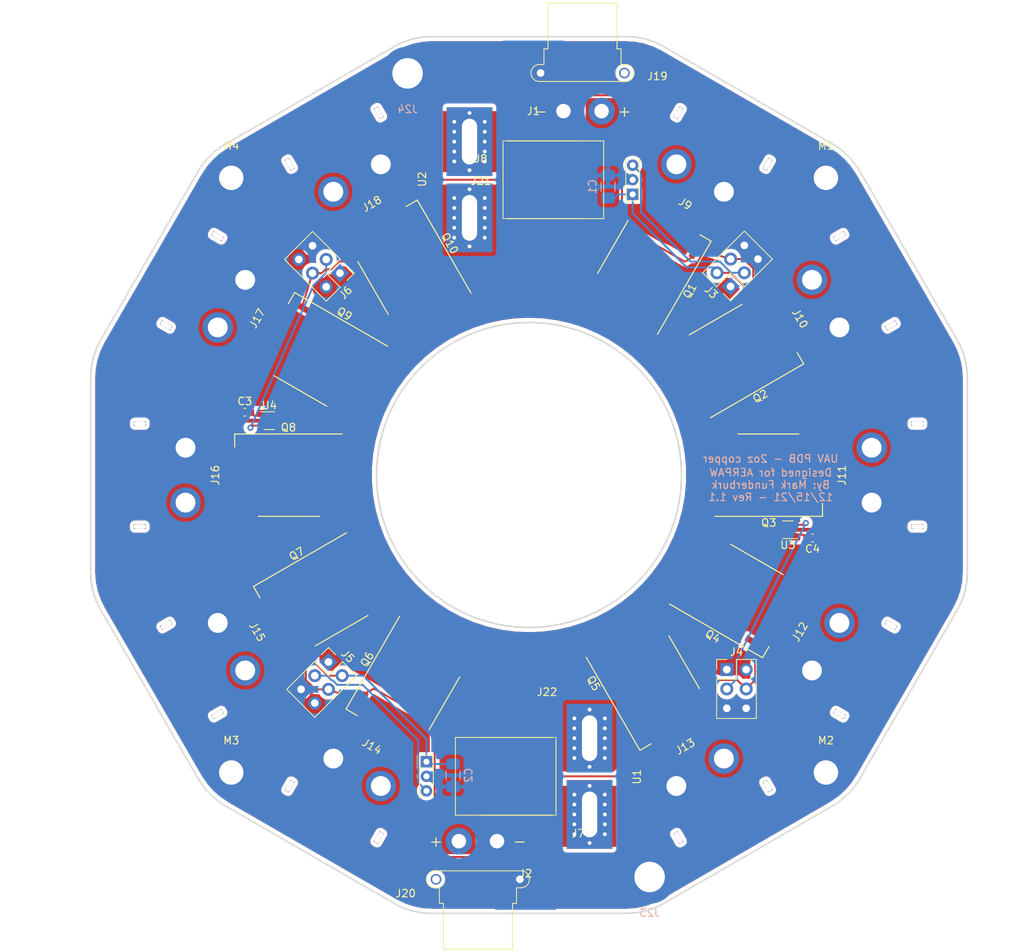
<source format=kicad_pcb>
(kicad_pcb (version 20240108) (generator "pcbnew") (generator_version "8.0")
  (layers (0 "F.Cu" signal) (31 "B.Cu" signal) (34 "B.Paste" user) (35 "F.Paste" user) (36 "B.SilkS" user "B.Silkscreen") (37 "F.SilkS" user "F.Silkscreen") (38 "B.Mask" user) (39 "F.Mask" user) (44 "Edge.Cuts" user))
  (net 0 "")
  (net 1 "/Vg_1")
  (net 2 "/V+_BATT")
  (net 3 "/Vg_2")
  (net 4 "/V+_ESC")
  (net 5 "GND")
  (net 6 "+5VA")
  (net 7 "/V1_current")
  (net 8 "/V2_current")
  (net 9 "/Batt_RAW")
  (net 10 "temp_reading_A")
  (net 11 "temp_reading_B")
  (footprint "PDB:Wire_Pad_8x14mm" (layer "F.Cu") (at 219.409 170.074434)
    (property "Reference" "J2")
    (property "Value" "Conn_01x01_Male")
  )
  (footprint "PDB:Wire_Pad_8x14mm" (layer "F.Cu") (at 220.425 70.074434)
    (property "Reference" "J1")
    (property "Value" "Conn_01x01_Male")
  )
  (footprint "PDB:Wire_Pad_8x8mm" (layer "F.Cu") (at 226.29 164.824434)
    (property "Reference" "J7")
    (property "Value" "Conn_01x01_Male")
  )
  (footprint "PDB:Wire_Pad_8x8mm" (layer "F.Cu") (at 213.54 76.324434)
    (property "Reference" "J8")
    (property "Value" "Conn_01x01_Male")
  )
  (footprint "PDB:XT-60_horizontal" (layer "F.Cu") (at 267.79 120.074434 90)
    (property "Reference" "J11")
    (property "Value" "Conn_01x02")
  )
  (footprint "Package_TO_SOT_SMD:Infineon_PG-HSOF-8-1" (layer "F.Cu") (at 188.29 120.074434)
    (property "Reference" "Q8")
    (property "Value" "IAUS300N08S5N012")
  )
  (footprint "PDB:XT-60_horizontal" (layer "F.Cu") (at 261.359436 96.074376 120)
    (property "Reference" "J10")
    (property "Value" "Conn_01x02")
  )
  (footprint "PDB:XT-60_horizontal" (layer "F.Cu") (at 243.790376 78.504998 150)
    (property "Reference" "J9")
    (property "Value" "Conn_01x02")
  )
  (footprint "PDB:XT-60_horizontal" (layer "F.Cu") (at 195.790376 78.504564 -150)
    (property "Reference" "J18")
    (property "Value" "Conn_01x02")
  )
  (footprint "PDB:XT-60_horizontal" (layer "F.Cu") (at 171.79 120.073566 -90)
    (property "Reference" "J16")
    (property "Value" "Conn_01x02")
  )
  (footprint "PDB:XT-60_horizontal" (layer "F.Cu") (at 178.220564 144.073624 -60)
    (property "Reference" "J15")
    (property "Value" "Conn_01x02")
  )
  (footprint "PDB:XT-60_horizontal" (layer "F.Cu") (at 195.789624 161.643002 -30)
    (property "Reference" "J14")
    (property "Value" "Conn_01x02")
  )
  (footprint "PDB:XT-60_horizontal" (layer "F.Cu") (at 243.789624 161.643436 30)
    (property "Reference" "J13")
    (property "Value" "Conn_01x02")
  )
  (footprint "PDB:XT-60_horizontal" (layer "F.Cu") (at 261.359002 144.074376 60)
    (property "Reference" "J12")
    (property "Value" "Conn_01x02")
  )
  (footprint "Package_TO_SOT_SMD:Infineon_PG-HSOF-8-1" (layer "F.Cu") (at 192.510417 135.824376 30)
    (property "Reference" "Q7")
    (property "Value" "IAUS300N08S5N012")
  )
  (footprint "Package_TO_SOT_SMD:Infineon_PG-HSOF-8-1" (layer "F.Cu") (at 204.040376 147.354017 60)
    (property "Reference" "Q6")
    (property "Value" "IAUS300N08S5N012")
  )
  (footprint "Package_TO_SOT_SMD:Infineon_PG-HSOF-8-1" (layer "F.Cu") (at 235.540376 147.353583 120)
    (property "Reference" "Q5")
    (property "Value" "IAUS300N08S5N012")
  )
  (footprint "Package_TO_SOT_SMD:Infineon_PG-HSOF-8-1" (layer "F.Cu") (at 247.070017 135.823624 150)
    (property "Reference" "Q4")
    (property "Value" "IAUS300N08S5N012")
  )
  (footprint "Package_TO_SOT_SMD:Infineon_PG-HSOF-8-1" (layer "F.Cu") (at 251.29 120.073566 180)
    (property "Reference" "Q3")
    (property "Value" "IAUS300N08S5N012")
  )
  (footprint "Package_TO_SOT_SMD:Infineon_PG-HSOF-8-1" (layer "F.Cu") (at 247.069583 104.323624 -150)
    (property "Reference" "Q2")
    (property "Value" "IAUS300N08S5N012")
  )
  (footprint "Package_TO_SOT_SMD:Infineon_PG-HSOF-8-1" (layer "F.Cu") (at 204.039624 92.794417 -60)
    (property "Reference" "Q10")
    (property "Value" "IAUS300N08S5N012")
  )
  (footprint "Package_TO_SOT_SMD:Infineon_PG-HSOF-8-1" (layer "F.Cu") (at 192.509983 104.324376 -30)
    (property "Reference" "Q9")
    (property "Value" "IAUS300N08S5N012")
  )
  (footprint "PDB:CB-5_Formed_Leads" (layer "F.Cu") (at 212.04 81.324434 90)
    (property "Reference" "U2")
    (property "Value" "ACS770ECB-200U-PFF-T")
  )
  (footprint "PDB:PinSocket_2x03_P2.54mm_Vertical" (layer "F.Cu") (at 246.29 95.324434 135)
    (property "Reference" "J3")
    (property "Value" "Conn_02x03_Counter_Clockwise")
  )
  (footprint "PDB:PinSocket_2x03_P2.54mm_Vertical" (layer "F.Cu") (at 245.79 145.574434)
    (property "Reference" "J4")
    (property "Value" "Conn_02x03_Counter_Clockwise")
  )
  (footprint "PDB:PinSocket_2x03_P2.54mm_Vertical" (layer "F.Cu") (at 193.54 144.574434 -45)
    (property "Reference" "J5")
    (property "Value" "Conn_02x03_Counter_Clockwise")
  )
  (footprint "PDB:PinSocket_2x03_P2.54mm_Vertical" (layer "F.Cu") (at 195.04 93.574434 -135)
    (property "Reference" "J6")
    (property "Value" "Conn_02x03_Counter_Clockwise")
  )
  (footprint "PDB:XT-60_horizontal" (layer "F.Cu") (at 178.220998 96.073624 -120)
    (property "Reference" "J17")
    (property "Value" "Conn_01x02")
  )
  (footprint "Package_TO_SOT_SMD:Infineon_PG-HSOF-8-1" (layer "F.Cu") (at 235.539624 92.793983 -120)
    (property "Reference" "Q1")
    (property "Value" "IAUS300N08S5N012")
  )
  (footprint "MountingHole:MountingHole_3.2mm_M3_Pad" (layer "F.Cu") (at 180.79 159.074434)
    (property "Reference" "M3")
    (property "Value" "MountingHole_3.2mm_M3_Pad")
  )
  (footprint "MountingHole:MountingHole_3.2mm_M3_Pad" (layer "F.Cu") (at 258.79 81.074434)
    (property "Reference" "M1")
    (property "Value" "MountingHole_3.2mm_M3_Pad")
  )
  (footprint "P2_PowerSystem:AMASS_XT30PW-F_1x02_P2.50mm_Horizontal" (layer "F.Cu") (at 224.362 72.322434)
    (property "Reference" "J19")
    (property "Value" "Conn_01x02")
  )
  (footprint "P2_PowerSystem:AMASS_XT30PW-F_1x02_P2.50mm_Horizontal" (layer "F.Cu") (at 215.646 168.080434 180)
    (property "Reference" "J20")
    (property "Value" "Conn_01x02")
  )
  (footprint "PDB:CB-5_Formed_Leads" (layer "F.Cu") (at 227.79 159.574434 -90)
    (property "Reference" "U1")
    (property "Value" "ACS770ECB-200U-PFF-T")
  )
  (footprint "PDB:Wire_Pad_8x8mm" (layer "F.Cu") (at 213.567 86.292434 180)
    (property "Reference" "J21")
    (property "Value" "Conn_01x01_Male")
  )
  (footprint "PDB:Wire_Pad_8x8mm" (layer "F.Cu") (at 226.267 154.618434 180)
    (property "Reference" "J22")
    (property "Value" "Conn_01x01_Male")
  )
  (footprint "Package_TO_SOT_SMD:SOT-353_SC-70-5" (layer "F.Cu") (at 253.8006 127.237234 180)
    (property "Reference" "U3")
    (property "Value" "LMT87DCK")
  )
  (footprint "Package_TO_SOT_SMD:SOT-353_SC-70-5" (layer "F.Cu") (at 185.7794 112.924334)
    (property "Reference" "U4")
    (property "Value" "LMT87DCK")
  )
  (footprint "Capacitor_SMD:C_0603_1608Metric" (layer "F.Cu") (at 182.5663 111.819434)
    (property "Reference" "C3")
    (property "Value" "0.1uF")
  )
  (footprint "Capacitor_SMD:C_0603_1608Metric" (layer "F.Cu") (at 257.0391 128.316734 180)
    (property "Reference" "C4")
    (property "Value" "0.1uF")
  )
  (footprint "MountingHole:MountingHole_3.2mm_M3_Pad" (layer "F.Cu") (at 258.79 159.074434)
    (property "Reference" "M2")
    (property "Value" "MountingHole_3.2mm_M3_Pad")
  )
  (footprint "MountingHole:MountingHole_3.2mm_M3_Pad" (layer "F.Cu") (at 180.79 81.074434)
    (property "Reference" "M4")
    (property "Value" "MountingHole_3.2mm_M3_Pad")
  )
  (footprint "Capacitor_SMD:C_1206_3216Metric_Pad1.42x1.75mm_HandSolder" (layer "B.Cu") (at 230.204 82.228434 90)
    (property "Reference" "C1")
    (property "Value" "C_Small")
  )
  (footprint "Capacitor_SMD:C_1206_3216Metric_Pad1.42x1.75mm_HandSolder" (layer "B.Cu") (at 209.884 159.444434 -90)
    (property "Reference" "C2")
    (property "Value" "C_Small")
  )
  (footprint "PDB:MountingHole_4mm_Pad" (layer "B.Cu") (at 235.665 172.779434)
    (property "Reference" "J23")
    (property "Value" "Conn_01x01_Male")
  )
  (footprint "PDB:MountingHole_4mm_Pad" (layer "B.Cu") (at 203.915 67.369434)
    (property "Reference" "J24")
    (property "Value" "Conn_01x01_Male")
  )
  (gr_line (start 162.342413 107.319261) (end 162.342413 132.774433) (stroke (width 0.2)) (layer "Edge.Cuts"))
  (gr_line (start 163.682159 137.774433) (end 176.409746 159.81926) (stroke (width 0.2)) (layer "Edge.Cuts"))
  (gr_line (start 232.569999 62.546847) (end 207.114827 62.546847) (stroke (width 0.2)) (layer "Edge.Cuts"))
  (gr_circle (center 219.842413 120.046847) (end 239.842413 120.046847) (stroke (width 0.2)) (fill none) (layer "Edge.Cuts"))
  (gr_arc (start 237.569999 176.207101) (mid 235.158189 177.206105) (end 232.569999 177.546847) (stroke (width 0.2)) (layer "Edge.Cuts"))
  (gr_arc (start 276.002667 102.319261) (mid 277.001671 104.731071) (end 277.342413 107.319261) (stroke (width 0.2)) (layer "Edge.Cuts"))
  (gr_arc (start 259.614826 76.61418) (mid 261.685894 78.203366) (end 263.27508 80.274434) (stroke (width 0.2)) (layer "Edge.Cuts"))
  (gr_line (start 276.002667 102.319261) (end 263.27508 80.274434) (stroke (width 0.2)) (layer "Edge.Cuts"))
  (gr_arc (start 207.114827 177.546847) (mid 204.526637 177.206105) (end 202.114827 176.207101) (stroke (width 0.2)) (layer "Edge.Cuts"))
  (gr_arc (start 277.342413 132.774433) (mid 277.001671 135.362623) (end 276.002667 137.774433) (stroke (width 0.2)) (layer "Edge.Cuts"))
  (gr_arc (start 263.27508 159.81926) (mid 261.685894 161.890328) (end 259.614826 163.479514) (stroke (width 0.2)) (layer "Edge.Cuts"))
  (gr_line (start 207.114827 177.546847) (end 232.569999 177.546847) (stroke (width 0.2)) (layer "Edge.Cuts"))
  (gr_arc (start 232.569999 62.546847) (mid 235.158189 62.887589) (end 237.569999 63.886593) (stroke (width 0.2)) (layer "Edge.Cuts"))
  (gr_line (start 176.409746 80.274434) (end 163.682159 102.319261) (stroke (width 0.2)) (layer "Edge.Cuts"))
  (gr_line (start 202.114827 63.886593) (end 180.07 76.61418) (stroke (width 0.2)) (layer "Edge.Cuts"))
  (gr_arc (start 163.682159 137.774433) (mid 162.683155 135.362623) (end 162.342413 132.774433) (stroke (width 0.2)) (layer "Edge.Cuts"))
  (gr_line (start 180.07 163.479514) (end 202.114827 176.207101) (stroke (width 0.2)) (layer "Edge.Cuts"))
  (gr_arc (start 162.342413 107.319261) (mid 162.683155 104.731071) (end 163.682159 102.319261) (stroke (width 0.2)) (layer "Edge.Cuts"))
  (gr_line (start 263.27508 159.81926) (end 276.002667 137.774433) (stroke (width 0.2)) (layer "Edge.Cuts"))
  (gr_line (start 259.614826 76.61418) (end 237.569999 63.886593) (stroke (width 0.2)) (layer "Edge.Cuts"))
  (gr_arc (start 180.07 163.479514) (mid 177.998932 161.890328) (end 176.409746 159.81926) (stroke (width 0.2)) (layer "Edge.Cuts"))
  (gr_arc (start 202.114828 63.886594) (mid 204.526637 62.88759) (end 207.114827 62.546848) (stroke (width 0.2)) (layer "Edge.Cuts"))
  (gr_line (start 237.569999 176.207101) (end 259.614826 163.479514) (stroke (width 0.2)) (layer "Edge.Cuts"))
  (gr_arc (start 176.409746 80.274434) (mid 177.998932 78.203366) (end 180.07 76.61418) (stroke (width 0.2)) (layer "Edge.Cuts"))
  (gr_line (start 277.342413 132.774433) (end 277.342413 107.319261) (stroke (width 0.2)) (layer "Edge.Cuts"))
  (gr_text "UAV PDB - 2oz copper" (at 251.54 117.915434 0) (layer "B.SilkS") (effects (font (size 1 1)) (justify mirror)))
  (gr_text "Designed for AERPAW\nBy: Mark Funderburk\n12/15/21 - Rev 1.1" (at 251.54 121.344434 0) (layer "B.SilkS") (effects (font (size 1 1)) (justify mirror)))
  (segment (start 253.716216 105.335931) (end 252.54 106.074434) (width 0.25) (layer "F.Cu") (net 1))
  (segment (start 193.149979 93.074434) (end 193.878282 93.074434) (width 0.25) (layer "F.Cu") (net 1))
  (segment (start 248.029002 91.732332) (end 249.261052 92.964382) (width 0.25) (layer "F.Cu") (net 1))
  (segment (start 249.261052 95.456193) (end 246.833811 97.883434) (width 0.25) (layer "F.Cu") (net 1))
  (segment (start 207.79 81.324434) (end 205.051931 86.147784) (width 0.25) (layer "F.Cu") (net 1))
  (segment (start 220.44 81.324434) (end 207.79 81.324434) (width 0.25) (layer "F.Cu") (net 1))
  (segment (start 246.833811 97.883434) (end 246.833811 97.900522) (width 0.25) (layer "F.Cu") (net 1))
  (segment (start 246.833811 97.900522) (end 251.54 106.074434) (width 0.25) (layer "F.Cu") (net 1))
  (segment (start 191.447898 93.574434) (end 192.649979 93.574434) (width 0.25) (layer "F.Cu") (net 1))
  (segment (start 192.649979 93.574434) (end 193.149979 93.074434) (width 0.25) (layer "F.Cu") (net 1))
  (segment (start 241.801931 90.34735) (end 241.124846 91.574434) (width 0.25) (layer "F.Cu") (net 1))
  (segment (start 194.905374 92.047342) (end 196.012908 92.047342) (width 0.25) (layer "F.Cu") (net 1))
  (segment (start 205.79 87.574434) (end 205.051931 86.147784) (width 0.25) (layer "F.Cu") (net 1))
  (segment (start 226.902 74.862434) (end 220.44 81.324434) (width 0.25) (layer "F.Cu") (net 1))
  (segment (start 246.29 91.732332) (end 241.801931 90.34735) (width 0.25) (layer "F.Cu") (net 1))
  (segment (start 252.29 107.324434) (end 254.29 110.824434) (width 0.25) (layer "F.Cu") (net 1))
  (segment (start 205.54 88.574434) (end 205.79 87.574434) (width 0.25) (layer "F.Cu") (net 1))
  (segment (start 232.04 70.602434) (end 231.684999 70.247433) (width 0.25) (layer "F.Cu") (net 1))
  (segment (start 241.124846 91.574434) (end 240.29 92.074434) (width 0.25) (layer "F.Cu") (net 1))
  (segment (start 254.89 124.273566) (end 256.54 124.273566) (width 0.25) (layer "F.Cu") (net 1))
  (segment (start 226.902 70.798434) (end 226.902 74.862434) (width 0.25) (layer "F.Cu") (net 1))
  (segment (start 231.684999 70.247433) (end 227.453001 70.247433) (width 0.25) (layer "F.Cu") (net 1))
  (segment (start 193.878282 93.074434) (end 194.905374 92.047342) (width 0.25) (layer "F.Cu") (net 1))
  (segment (start 251.54 106.074434) (end 252.977713 106.074434) (width 0.25) (layer "F.Cu") (net 1))
  (segment (start 252.54 106.074434) (end 252.29 107.324434) (width 0.25) (layer "F.Cu") (net 1))
  (segment (start 240.29 92.074434) (end 232.04 87.324434) (width 0.25) (layer "F.Cu") (net 1))
  (segment (start 254.29 110.824434) (end 254.29 123.574434) (width 0.25) (layer "F.Cu") (net 1))
  (segment (start 249.261052 92.964382) (end 249.261052 95.456193) (width 0.25) (layer "F.Cu") (net 1))
  (segment (start 196.012908 92.047342) (end 197.29 93.324434) (width 0.25) (layer "F.Cu") (net 1))
  (segment (start 227.453001 70.247433) (end 226.902 70.798434) (width 0.25) (layer "F.Cu") (net 1))
  (segment (start 254.29 123.574434) (end 254.89 124.273566) (width 0.25) (layer "F.Cu") (net 1))
  (segment (start 246.29 91.732332) (end 248.029002 91.732332) (width 0.25) (layer "F.Cu") (net 1))
  (segment (start 252.977713 106.074434) (end 253.716216 105.335931) (width 0.25) (layer "F.Cu") (net 1))
  (segment (start 232.04 87.324434) (end 232.04 70.602434) (width 0.25) (layer "F.Cu") (net 1))
  (segment (start 191.447898 93.574434) (end 190.06335 98.062069) (width 0.25) (layer "F.Cu") (net 1))
  (segment (start 197.29 93.324434) (end 205.54 88.574434) (width 0.25) (layer "F.Cu") (net 1))
  (segment (start 212.634999 170.155435) (end 213.2368 169.553634) (width 0.25) (layer "F.Cu") (net 3))
  (segment (start 184.69 115.874434) (end 183.04 115.874434) (width 0.25) (layer "F.Cu") (net 3))
  (segment (start 191.798902 148.166536) (end 191.6087 147.976334) (width 0.25) (layer "F.Cu") (net 3))
  (segment (start 244.404999 146.939433) (end 247.154999 146.939433) (width 0.25) (layer "F.Cu") (net 3))
  (segment (start 193.54 148.166536) (end 197.778069 149.80065) (width 0.25) (layer "F.Cu") (net 3))
  (segment (start 192.441396 141.809638) (end 188.54 134.824434) (width 0.25) (layer "F.Cu") (net 3))
  (segment (start 231.29 159.574434) (end 234.528069 155.921367) (width 0.25) (layer "F.Cu") (net 3))
  (segment (start 190.5673 143.683734) (end 192.441396 141.809638) (width 0.25) (layer "F.Cu") (net 3))
  (segment (start 248.33 148.114434) (end 249.51665 146.927784) (width 0.25) (layer "F.Cu") (net 3))
  (segment (start 199.54 148.074434) (end 207.29 152.574434) (width 0.25) (layer "F.Cu") (net 3))
  (segment (start 187.79 133.324434) (end 185.54 129.324434) (width 0.25) (layer "F.Cu") (net 3))
  (segment (start 208.149001 170.155435) (end 212.634999 170.155435) (width 0.25) (layer "F.Cu") (net 3))
  (segment (start 249.51665 146.927784) (end 249.51665 142.085931) (width 0.25) (layer "F.Cu") (net 3))
  (segment (start 247.154999 146.939433) (end 247.480001 147.264435) (width 0.25) (layer "F.Cu") (net 3))
  (segment (start 218.6186 159.574434) (end 231.29 159.574434) (width 0.25) (layer "F.Cu") (net 3))
  (segment (start 234.528069 154.000216) (end 233.79 152.824434) (width 0.25) (layer "F.Cu") (net 3))
  (segment (start 186.302365 134.812069) (end 187.04 134.074434) (width 0.25) (layer "F.Cu") (net 3))
  (segment (start 188.04 134.074434) (end 187.04 134.074434) (width 0.25) (layer "F.Cu") (net 3))
  (segment (start 207.465001 152.749435) (end 207.465001 169.471435) (width 0.25) (layer "F.Cu") (net 3))
  (segment (start 207.29 152.574434) (end 207.465001 152.749435) (width 0.25) (layer "F.Cu") (net 3))
  (segment (start 213.2368 164.956234) (end 218.6186 159.574434) (width 0.25) (layer "F.Cu") (net 3))
  (segment (start 190.568948 145.806484) (end 190.5673 145.804836) (width 0.25) (layer "F.Cu") (net 3))
  (segment (start 185.54 116.724434) (end 184.69 115.874434) (width 0.25) (layer "F.Cu") (net 3))
  (segment (start 247.480001 147.264435) (end 248.33 148.114434) (width 0.25) (layer "F.Cu") (net 3))
  (segment (start 193.54 148.166536) (end 191.798902 148.166536) (width 0.25) (layer "F.Cu") (net 3))
  (segment (start 188.54 134.824434) (end 188.04 134.074434) (width 0.25) (layer "F.Cu") (net 3))
  (segment (start 213.2368 169.553634) (end 213.2368 164.956234) (width 0.25) (layer "F.Cu") (net 3))
  (segment (start 190.5673 145.804836) (end 190.5673 143.683734) (width 0.25) (layer "F.Cu") (net 3))
  (segment (start 234.528069 154.800215) (end 234.528069 154.000216) (width 0.25) (layer "F.Cu") (net 3))
  (segment (start 191.6087 147.974238) (end 190.568948 146.934486) (width 0.25) (layer "F.Cu") (net 3))
  (segment (start 185.863784 134.812069) (end 186.302365 134.812069) (width 0.25) (layer "F.Cu") (net 3))
  (segment (start 187.04 134.074434) (end 187.79 133.324434) (width 0.25) (layer "F.Cu") (net 3))
  (segment (start 185.54 129.324434) (end 185.54 116.724434) (width 0.25) (layer "F.Cu") (net 3))
  (segment (start 243.29 146.074434) (end 244.404999 146.939433) (width 0.25) (layer "F.Cu") (net 3))
  (segment (start 234.528069 155.921367) (end 234.528069 154.800215) (width 0.25) (layer "F.Cu") (net 3))
  (segment (start 191.6087 147.976334) (end 191.6087 147.974238) (width 0.25) (layer "F.Cu") (net 3))
  (segment (start 233.79 151.824434) (end 243.29 146.074434) (width 0.25) (layer "F.Cu") (net 3))
  (segment (start 233.79 152.824434) (end 233.79 151.824434) (width 0.25) (layer "F.Cu") (net 3))
  (segment (start 190.568948 146.934486) (end 190.568948 145.806484) (width 0.25) (layer "F.Cu") (net 3))
  (segment (start 198.54 148.574434) (end 199.54 148.074434) (width 0.25) (layer "F.Cu") (net 3))
  (segment (start 207.465001 169.471435) (end 208.149001 170.155435) (width 0.25) (layer "F.Cu") (net 3))
  (segment (start 254.7506 127.237234) (end 257.7757 127.237234) (width 0.5) (layer "F.Cu") (net 5))
  (segment (start 181.7913 111.819434) (end 181.7913 112.924034) (width 0.25) (layer "F.Cu") (net 5))
  (segment (start 257.8141 128.316734) (end 257.8141 127.275634) (width 0.25) (layer "F.Cu") (net 5))
  (segment (start 181.7916 112.924334) (end 178.339232 112.924334) (width 0.5) (layer "F.Cu") (net 5))
  (segment (start 257.7757 127.237234) (end 261.2272 127.237234) (width 0.5) (layer "F.Cu") (net 5))
  (segment (start 257.8141 127.275634) (end 257.7757 127.237234) (width 0.25) (layer "F.Cu") (net 5))
  (segment (start 261.2272 127.237234) (end 264.79 123.674434) (width 0.5) (layer "F.Cu") (net 5))
  (segment (start 184.8294 112.924334) (end 181.7916 112.924334) (width 0.5) (layer "F.Cu") (net 5))
  (segment (start 178.339232 112.924334) (end 174.79 116.473566) (width 0.5) (layer "F.Cu") (net 5))
  (segment (start 181.7913 112.924034) (end 181.7916 112.924334) (width 0.25) (layer "F.Cu") (net 5))
  (segment (start 246.3838 97.697034) (end 246.3838 98.027234) (width 0.25) (layer "F.Cu") (net 6))
  (segment (start 191.7103 144.636234) (end 193.444551 146.370485) (width 0.25) (layer "F.Cu") (net 6))
  (segment (start 248.111 95.360234) (end 248.111 95.969834) (width 0.25) (layer "F.Cu") (net 6))
  (segment (start 186.7294 113.574334) (end 186.7294 113.828534) (width 0.25) (layer "F.Cu") (net 6))
  (segment (start 255.8346 127.887234) (end 256.2641 128.316734) (width 0.25) (layer "F.Cu") (net 6))
  (segment (start 185.9953 114.562634) (end 185.9953 129.066034) (width 0.25) (layer "F.Cu") (net 6))
  (segment (start 191.7103 143.251934) (end 191.7103 144.636234) (width 0.25) (layer "F.Cu") (net 6))
  (segment (start 248.111 95.969834) (end 246.3838 97.697034) (width 0.25) (layer "F.Cu") (net 6))
  (segment (start 246.3838 98.027234) (end 253.8006 110.955834) (width 0.25) (layer "F.Cu") (net 6))
  (segment (start 184.8294 112.274334) (end 183.7962 112.274334) (width 0.25) (layer "F.Cu") (net 6))
  (segment (start 246.279149 93.528383) (end 248.111 95.360234) (width 0.25) (layer "F.Cu") (net 6))
  (segment (start 186.7294 113.828534) (end 185.9953 114.562634) (width 0.25) (layer "F.Cu") (net 6))
  (segment (start 252.8506 126.155234) (end 252.8506 126.587234) (width 0.5) (layer "F.Cu") (net 6))
  (segment (start 254.7506 127.887234) (end 255.8346 127.887234) (width 0.25) (layer "F.Cu") (net 6))
  (segment (start 253.8006 110.955834) (end 253.8006 125.205234) (width 0.25) (layer "F.Cu") (net 6))
  (segment (start 185.9953 129.066034) (end 193.0896 141.872634) (width 0.25) (layer "F.Cu") (net 6))
  (segment (start 193.0896 141.872634) (end 191.7103 143.251934) (width 0.25) (layer "F.Cu") (net 6))
  (segment (start 252.8506 126.587234) (end 252.8506 127.887234) (width 0.5) (layer "F.Cu") (net 6))
  (segment (start 253.8006 125.205234) (end 252.8506 126.155234) (width 0.25) (layer "F.Cu") (net 6))
  (segment (start 244.493949 93.528383) (end 246.279149 93.528383) (width 0.25) (layer "F.Cu") (net 6))
  (segment (start 193.444551 146.370485) (end 195.336051 146.370485) (width 0.25) (layer "F.Cu") (net 6))
  (segment (start 183.7962 112.274334) (end 183.3413 111.819434) (width 0.25) (layer "F.Cu") (net 6))
  (segment (start 254.7506 127.887234) (end 252.8506 127.887234) (width 0.5) (layer "F.Cu") (net 6))
  (segment (start 206.39 154.674434) (end 198.086051 146.370485) (width 0.25) (layer "B.Cu") (net 6))
  (segment (start 206.6185 157.956934) (end 206.328 157.666434) (width 0.25) (layer "B.Cu") (net 6))
  (segment (start 206.39 157.664434) (end 206.39 154.674434) (width 0.25) (layer "B.Cu") (net 6))
  (segment (start 230.204 83.715934) (end 231.079 83.715934) (width 0.25) (layer "B.Cu") (net 6))
  (segment (start 231.079 83.715934) (end 231.5505 83.244434) (width 0.25) (layer "B.Cu") (net 6))
  (segment (start 209.884 157.956934) (end 206.6185 157.956934) (width 0.25) (layer "B.Cu") (net 6))
  (segment (start 240.54 92.824434) (end 244.04 92.824434) (width 0.25) (layer "B.Cu") (net 6))
  (segment (start 233.44 85.724434) (end 240.54 92.824434) (width 0.25) (layer "B.Cu") (net 6))
  (segment (start 233.44 83.234434) (end 233.44 85.724434) (width 0.25) (layer "B.Cu") (net 6))
  (segment (start 244.04 92.824434) (end 244.493949 93.528383) (width 0.25) (layer "B.Cu") (net 6))
  (segment (start 198.086051 146.370485) (end 195.336051 146.370485) (width 0.25) (layer "B.Cu") (net 6))
  (segment (start 231.5505 83.244434) (end 233.506 83.244434) (width 0.25) (layer "B.Cu") (net 6))
  (segment (start 206.39 161.484434) (end 205.314999 160.409433) (width 0.25) (layer "B.Cu") (net 7))
  (segment (start 198.04 147.574434) (end 194.6869 147.574434) (width 0.25) (layer "B.Cu") (net 7))
  (segment (start 194.104001 146.991535) (end 193.957101 146.991535) (width 0.25) (layer "B.Cu") (net 7))
  (segment (start 193.957101 146.991535) (end 193.336051 146.370485) (width 0.25) (layer "B.Cu") (net 7))
  (segment (start 205.314999 158.674435) (end 205.314999 154.849433) (width 0.25) (layer "B.Cu") (net 7))
  (segment (start 205.314999 160.409433) (end 205.314999 158.764434) (width 0.25) (layer "B.Cu") (net 7))
  (segment (start 205.29 158.699434) (end 205.314999 158.674435) (width 0.25) (layer "B.Cu") (net 7))
  (segment (start 193.336051 146.370485) (end 191.743949 146.370485) (width 0.25) (layer "B.Cu") (net 7))
  (segment (start 205.29 158.739435) (end 205.29 158.699434) (width 0.25) (layer "B.Cu") (net 7))
  (segment (start 194.6869 147.574434) (end 194.104001 146.991535) (width 0.25) (layer "B.Cu") (net 7))
  (segment (start 205.314999 154.849433) (end 198.04 147.574434) (width 0.25) (layer "B.Cu") (net 7))
  (segment (start 205.314999 158.764434) (end 205.29 158.739435) (width 0.25) (layer "B.Cu") (net 7))
  (segment (start 241.021799 92.056233) (end 244.874899 92.056233) (width 0.25) (layer "B.Cu") (net 8))
  (segment (start 244.874899 92.056233) (end 246.347049 93.528383) (width 0.25) (layer "B.Cu") (net 8))
  (segment (start 246.88397 93.528383) (end 248.086051 93.528383) (width 0.25) (layer "B.Cu") (net 8))
  (segment (start 246.347049 93.528383) (end 246.88397 93.528383) (width 0.25) (layer "B.Cu") (net 8))
  (segment (start 234.54 85.574434) (end 241.021799 92.056233) (width 0.25) (layer "B.Cu") (net 8))
  (segment (start 233.44 79.414434) (end 234.54 80.514434) (width 0.25) (layer "B.Cu") (net 8))
  (segment (start 234.54 80.514434) (end 234.54 85.574434) (width 0.25) (layer "B.Cu") (net 8))
  (segment (start 254.7506 126.587234) (end 255.9111 126.587234) (width 0.25) (layer "F.Cu") (net 10))
  (segment (start 255.9111 126.587234) (end 256.1501 126.348234) (width 0.25) (layer "F.Cu") (net 10))
  (via (at 256.1501 126.348234) (size 0.8) (drill 0.4) (layers "F.Cu" "B.Cu") (net 10))
  (segment (start 256.1501 126.348234) (end 247.0696 144.382234) (width 0.25) (layer "B.Cu") (net 10))
  (segment (start 247.0696 144.382234) (end 247.0823 146.822134) (width 0.25) (layer "B.Cu") (net 10))
  (segment (start 247.0823 146.822134) (end 245.79 148.114434) (width 0.25) (layer "B.Cu") (net 10))
  (segment (start 183.58 113.574334) (end 183.3029 113.851434) (width 0.25) (layer "F.Cu") (net 11))
  (segment (start 184.8294 113.574334) (end 183.58 113.574334) (width 0.25) (layer "F.Cu") (net 11))
  (via (at 183.3029 113.851434) (size 0.8) (drill 0.4) (layers "F.Cu" "B.Cu") (net 11))
  (segment (start 191.6087 95.152634) (end 193.243949 93.517385) (width 0.25) (layer "B.Cu") (net 11))
  (segment (start 191.6087 95.118934) (end 191.6087 95.152634) (width 0.25) (layer "B.Cu") (net 11))
  (segment (start 183.3029 113.851434) (end 191.6087 95.118934) (width 0.25) (layer "B.Cu") (net 11))
  (segment (start 193.243949 93.517385) (end 193.243949 91.778383) (width 0.25) (layer "B.Cu") (net 11))
  (zone (net 6) (net_name "+5VA") (layer "F.Cu") (priority 3) (connect_pads yes (clearance 0.25)) (min_thickness 0.254) (fill yes (thermal_gap 0.508) (thermal_bridge_width 0.508))
    (polygon (pts (xy 187.3796 114.334034) (xy 184.1665 114.308634) (xy 184.1665 111.514634) (xy 187.3796 111.501934)))
  )
  (zone (net 6) (net_name "+5VA") (layer "F.Cu") (priority 3) (connect_pads yes (clearance 0.25)) (min_thickness 0.254) (fill yes (thermal_gap 0.508) (thermal_bridge_width 0.508))
    (polygon (pts (xy 255.4262 128.659634) (xy 252.2004 128.634234) (xy 252.2004 125.840234) (xy 255.4262 125.840234)))
  )
  (zone (net 2) (net_name "/V+_BATT") (layer "F.Cu") (priority 1) (connect_pads yes (clearance 0.25)) (min_thickness 0.254) (fill yes (thermal_gap 0.508) (thermal_bridge_width 0.508))
    (polygon (pts (xy 220.552 158.936434) (xy 219.3328 158.657034) (xy 213.44 164.524434) (xy 213.44 170.112434) (xy 208.106 170.112434) (xy 208.106 165.540434) (xy 208.106 152.230834) (xy 220.552 152.332434)))
  )
  (zone (net 2) (net_name "/V+_BATT") (layer "F.Cu") (priority 1) (connect_pads yes (clearance 0.25)) (min_thickness 0.254) (fill yes (thermal_gap 0.508) (thermal_bridge_width 0.508))
    (polygon (pts (xy 231.982 74.354434) (xy 231.982 75.116434) (xy 231.982 87.816434) (xy 219.282 87.816434) (xy 219.282 82.990434) (xy 226.902 74.608434) (xy 226.902 70.544434) (xy 231.982 70.544434)))
  )
  (zone (net 4) (net_name "/V+_ESC") (layer "F.Cu") (connect_pads yes (clearance 0.508)) (min_thickness 0.254) (fill yes (thermal_gap 0.508) (thermal_bridge_width 0.508) (smoothing fillet) (radius 0.5))
    (polygon (pts (xy 261.29 75.074434) (xy 284.79 104.074434) (xy 284.79 137.074434) (xy 267.04 166.074434) (xy 236.54 182.074434) (xy 204.29 181.824434) (xy 174.04 167.324434) (xy 154.79 140.074434) (xy 155.79 110.824434) (xy 172.54 78.574434) (xy 201.04 61.324434) (xy 235.54 60.824434)))
  )
  (zone (net 2) (net_name "/V+_BATT") (layer "F.Cu") (priority 1) (connect_pads yes (clearance 0.508)) (min_thickness 0.254) (fill yes (thermal_gap 0.508) (thermal_bridge_width 0.508) (smoothing fillet) (radius 0.5))
    (polygon (pts (xy 231.79 87.824434) (xy 241.54 91.824434) (xy 242.54 90.824434) (xy 245.04 91.574434) (xy 248.29 95.074434) (xy 246.29 98.074434) (xy 253.54 110.824434) (xy 253.54 128.824434) (xy 246.04 141.824434) (xy 251.04 144.824434) (xy 248.04 149.324434) (xy 243.54 145.324434) (xy 233.04 152.574434) (xy 234.04 155.824434) (xy 231.04 159.074434) (xy 212.79 159.074434) (xy 207.79 152.074434) (xy 196.04 145.324434) (xy 193.29 148.074434) (xy 191.29 145.324434) (xy 193.29 142.074434) (xy 186.04 129.074434) (xy 186.04 110.824434) (xy 192.79 99.074434) (xy 191.04 94.824434) (xy 194.79 91.074434) (xy 197.54 93.074434) (xy 206.29 88.574434) (xy 206.29 85.324434) (xy 207.79 81.574434) (xy 227.54 81.574434)))
  )
  (zone (net 5) (net_name "GND") (layer "B.Cu") (priority 1) (connect_pads yes (clearance 0.508)) (min_thickness 0.254) (fill yes (thermal_gap 0.508) (thermal_bridge_width 0.508) (smoothing fillet) (radius 0.5))
    (polygon (pts (xy 236.79 61.324434) (xy 265.29 75.074434) (xy 274.54 90.324434) (xy 281.54 104.324434) (xy 281.54 136.074434) (xy 264.79 165.574434) (xy 236.79 181.074434) (xy 202.79 181.074434) (xy 174.79 164.324434) (xy 159.04 137.074434) (xy 159.29 103.824434) (xy 177.04 75.574434) (xy 202.29 60.824434)))
  )
)
</source>
